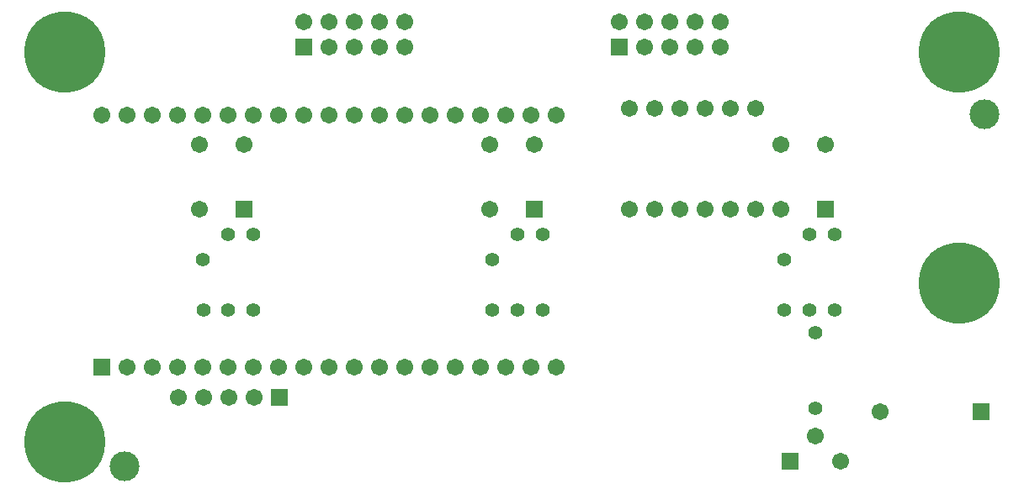
<source format=gbs>
G04*
G04 #@! TF.GenerationSoftware,Altium Limited,Altium Designer,20.0.13 (296)*
G04*
G04 Layer_Color=16711935*
%FSLAX25Y25*%
%MOIN*%
G70*
G01*
G75*
%ADD11C,0.05512*%
%ADD12C,0.32087*%
%ADD13C,0.11811*%
%ADD14C,0.06732*%
%ADD15R,0.06732X0.06732*%
%ADD16R,0.06732X0.06732*%
D11*
X304626Y91969D02*
D03*
X304659Y71933D02*
D03*
X316929Y32992D02*
D03*
Y62992D02*
D03*
X198819Y71969D02*
D03*
Y101969D02*
D03*
X314626Y71969D02*
D03*
Y101969D02*
D03*
X324626Y71969D02*
D03*
Y101969D02*
D03*
X208819Y71969D02*
D03*
Y101969D02*
D03*
X94468Y71969D02*
D03*
Y101969D02*
D03*
X84469Y71969D02*
D03*
Y101969D02*
D03*
X74502Y71933D02*
D03*
X74468Y91969D02*
D03*
X188852Y71933D02*
D03*
X188819Y91969D02*
D03*
D12*
X374016Y82677D02*
D03*
Y174213D02*
D03*
X19685Y19685D02*
D03*
Y174213D02*
D03*
D13*
X383858Y149606D02*
D03*
X43307Y9843D02*
D03*
D14*
X239272Y186437D02*
D03*
X249272D02*
D03*
X259272D02*
D03*
X279272D02*
D03*
X269272D02*
D03*
X249272Y176437D02*
D03*
X259272D02*
D03*
X279272D02*
D03*
X269272D02*
D03*
X114272Y186437D02*
D03*
X124272D02*
D03*
X134272D02*
D03*
X154272D02*
D03*
X144272D02*
D03*
X124272Y176437D02*
D03*
X134272D02*
D03*
X154272D02*
D03*
X144272D02*
D03*
X44331Y49213D02*
D03*
X214331D02*
D03*
X54331D02*
D03*
X64331D02*
D03*
X74331D02*
D03*
X84331D02*
D03*
X94331D02*
D03*
X104331D02*
D03*
X114331D02*
D03*
X124331D02*
D03*
X134331D02*
D03*
X144331D02*
D03*
X154331D02*
D03*
X164331D02*
D03*
X174331D02*
D03*
X184331D02*
D03*
X194331D02*
D03*
X204331D02*
D03*
X34331Y149213D02*
D03*
X44331D02*
D03*
X54331D02*
D03*
X64331D02*
D03*
X74331D02*
D03*
X84331D02*
D03*
X94331D02*
D03*
X104331D02*
D03*
X114331D02*
D03*
X124331D02*
D03*
X134331D02*
D03*
X144331D02*
D03*
X154331D02*
D03*
X164331D02*
D03*
X174331D02*
D03*
X184331D02*
D03*
X194331D02*
D03*
X204331D02*
D03*
X214331D02*
D03*
X342520Y31496D02*
D03*
X303150Y137559D02*
D03*
Y111969D02*
D03*
X320866Y137559D02*
D03*
X72835D02*
D03*
Y111969D02*
D03*
X90551Y137559D02*
D03*
X205709D02*
D03*
X187992D02*
D03*
Y111969D02*
D03*
X317087Y21811D02*
D03*
X327087Y11811D02*
D03*
X253150Y111969D02*
D03*
X243150D02*
D03*
X263150D02*
D03*
X273150Y151969D02*
D03*
Y111969D02*
D03*
X283150D02*
D03*
X293150Y151969D02*
D03*
Y111969D02*
D03*
X243150Y151969D02*
D03*
X253150D02*
D03*
X263150D02*
D03*
X283150D02*
D03*
X74646Y37402D02*
D03*
X94646D02*
D03*
X64646D02*
D03*
X84646D02*
D03*
D15*
X239272Y176437D02*
D03*
X114272D02*
D03*
X382520Y31496D02*
D03*
X307087Y11811D02*
D03*
X104646Y37402D02*
D03*
D16*
X34331Y49213D02*
D03*
X320866Y111969D02*
D03*
X90551D02*
D03*
X205709D02*
D03*
M02*

</source>
